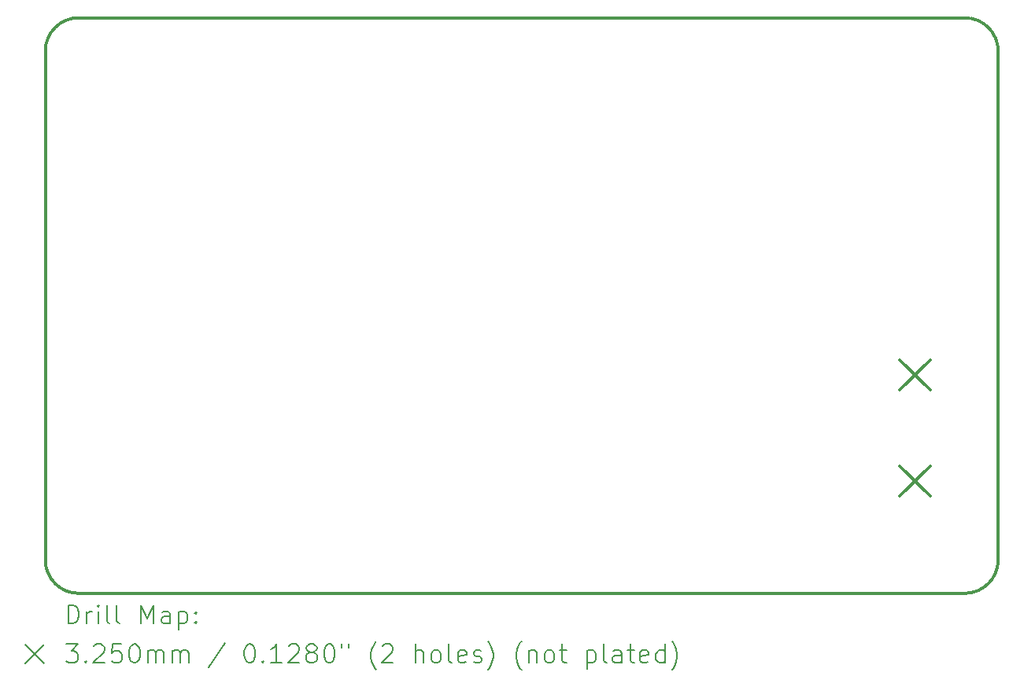
<source format=gbr>
%TF.GenerationSoftware,KiCad,Pcbnew,7.0.10*%
%TF.CreationDate,2024-03-22T11:49:35+07:00*%
%TF.ProjectId,Oxygen Monitoring,4f787967-656e-4204-9d6f-6e69746f7269,rev?*%
%TF.SameCoordinates,Original*%
%TF.FileFunction,Drillmap*%
%TF.FilePolarity,Positive*%
%FSLAX45Y45*%
G04 Gerber Fmt 4.5, Leading zero omitted, Abs format (unit mm)*
G04 Created by KiCad (PCBNEW 7.0.10) date 2024-03-22 11:49:35*
%MOMM*%
%LPD*%
G01*
G04 APERTURE LIST*
%ADD10C,0.300000*%
%ADD11C,0.200000*%
%ADD12C,0.325000*%
G04 APERTURE END LIST*
D10*
X14600000Y-2860000D02*
G75*
G03*
X14240000Y-2500000I-360000J0D01*
G01*
X4710000Y-8700000D02*
X14240000Y-8700000D01*
X4350000Y-8340000D02*
G75*
G03*
X4710000Y-8700000I360000J0D01*
G01*
X14240000Y-8700000D02*
G75*
G03*
X14600000Y-8340000I0J360000D01*
G01*
X4710000Y-2500000D02*
G75*
G03*
X4350000Y-2860000I0J-360000D01*
G01*
X4350000Y-8340000D02*
X4350000Y-2860000D01*
X14600000Y-2860000D02*
X14600000Y-8340000D01*
X14240000Y-2500000D02*
X4710000Y-2500000D01*
D11*
D12*
X13543500Y-6187500D02*
X13868500Y-6512500D01*
X13868500Y-6187500D02*
X13543500Y-6512500D01*
X13543500Y-7330500D02*
X13868500Y-7655500D01*
X13868500Y-7330500D02*
X13543500Y-7655500D01*
D11*
X4595777Y-9026484D02*
X4595777Y-8826484D01*
X4595777Y-8826484D02*
X4643396Y-8826484D01*
X4643396Y-8826484D02*
X4671967Y-8836008D01*
X4671967Y-8836008D02*
X4691015Y-8855055D01*
X4691015Y-8855055D02*
X4700539Y-8874103D01*
X4700539Y-8874103D02*
X4710063Y-8912198D01*
X4710063Y-8912198D02*
X4710063Y-8940770D01*
X4710063Y-8940770D02*
X4700539Y-8978865D01*
X4700539Y-8978865D02*
X4691015Y-8997912D01*
X4691015Y-8997912D02*
X4671967Y-9016960D01*
X4671967Y-9016960D02*
X4643396Y-9026484D01*
X4643396Y-9026484D02*
X4595777Y-9026484D01*
X4795777Y-9026484D02*
X4795777Y-8893150D01*
X4795777Y-8931246D02*
X4805301Y-8912198D01*
X4805301Y-8912198D02*
X4814824Y-8902674D01*
X4814824Y-8902674D02*
X4833872Y-8893150D01*
X4833872Y-8893150D02*
X4852920Y-8893150D01*
X4919586Y-9026484D02*
X4919586Y-8893150D01*
X4919586Y-8826484D02*
X4910063Y-8836008D01*
X4910063Y-8836008D02*
X4919586Y-8845531D01*
X4919586Y-8845531D02*
X4929110Y-8836008D01*
X4929110Y-8836008D02*
X4919586Y-8826484D01*
X4919586Y-8826484D02*
X4919586Y-8845531D01*
X5043396Y-9026484D02*
X5024348Y-9016960D01*
X5024348Y-9016960D02*
X5014824Y-8997912D01*
X5014824Y-8997912D02*
X5014824Y-8826484D01*
X5148158Y-9026484D02*
X5129110Y-9016960D01*
X5129110Y-9016960D02*
X5119586Y-8997912D01*
X5119586Y-8997912D02*
X5119586Y-8826484D01*
X5376729Y-9026484D02*
X5376729Y-8826484D01*
X5376729Y-8826484D02*
X5443396Y-8969341D01*
X5443396Y-8969341D02*
X5510063Y-8826484D01*
X5510063Y-8826484D02*
X5510063Y-9026484D01*
X5691015Y-9026484D02*
X5691015Y-8921722D01*
X5691015Y-8921722D02*
X5681491Y-8902674D01*
X5681491Y-8902674D02*
X5662443Y-8893150D01*
X5662443Y-8893150D02*
X5624348Y-8893150D01*
X5624348Y-8893150D02*
X5605301Y-8902674D01*
X5691015Y-9016960D02*
X5671967Y-9026484D01*
X5671967Y-9026484D02*
X5624348Y-9026484D01*
X5624348Y-9026484D02*
X5605301Y-9016960D01*
X5605301Y-9016960D02*
X5595777Y-8997912D01*
X5595777Y-8997912D02*
X5595777Y-8978865D01*
X5595777Y-8978865D02*
X5605301Y-8959817D01*
X5605301Y-8959817D02*
X5624348Y-8950293D01*
X5624348Y-8950293D02*
X5671967Y-8950293D01*
X5671967Y-8950293D02*
X5691015Y-8940770D01*
X5786253Y-8893150D02*
X5786253Y-9093150D01*
X5786253Y-8902674D02*
X5805301Y-8893150D01*
X5805301Y-8893150D02*
X5843396Y-8893150D01*
X5843396Y-8893150D02*
X5862443Y-8902674D01*
X5862443Y-8902674D02*
X5871967Y-8912198D01*
X5871967Y-8912198D02*
X5881491Y-8931246D01*
X5881491Y-8931246D02*
X5881491Y-8988389D01*
X5881491Y-8988389D02*
X5871967Y-9007436D01*
X5871967Y-9007436D02*
X5862443Y-9016960D01*
X5862443Y-9016960D02*
X5843396Y-9026484D01*
X5843396Y-9026484D02*
X5805301Y-9026484D01*
X5805301Y-9026484D02*
X5786253Y-9016960D01*
X5967205Y-9007436D02*
X5976729Y-9016960D01*
X5976729Y-9016960D02*
X5967205Y-9026484D01*
X5967205Y-9026484D02*
X5957682Y-9016960D01*
X5957682Y-9016960D02*
X5967205Y-9007436D01*
X5967205Y-9007436D02*
X5967205Y-9026484D01*
X5967205Y-8902674D02*
X5976729Y-8912198D01*
X5976729Y-8912198D02*
X5967205Y-8921722D01*
X5967205Y-8921722D02*
X5957682Y-8912198D01*
X5957682Y-8912198D02*
X5967205Y-8902674D01*
X5967205Y-8902674D02*
X5967205Y-8921722D01*
X4135000Y-9255000D02*
X4335000Y-9455000D01*
X4335000Y-9255000D02*
X4135000Y-9455000D01*
X4576729Y-9246484D02*
X4700539Y-9246484D01*
X4700539Y-9246484D02*
X4633872Y-9322674D01*
X4633872Y-9322674D02*
X4662444Y-9322674D01*
X4662444Y-9322674D02*
X4681491Y-9332198D01*
X4681491Y-9332198D02*
X4691015Y-9341722D01*
X4691015Y-9341722D02*
X4700539Y-9360770D01*
X4700539Y-9360770D02*
X4700539Y-9408389D01*
X4700539Y-9408389D02*
X4691015Y-9427436D01*
X4691015Y-9427436D02*
X4681491Y-9436960D01*
X4681491Y-9436960D02*
X4662444Y-9446484D01*
X4662444Y-9446484D02*
X4605301Y-9446484D01*
X4605301Y-9446484D02*
X4586253Y-9436960D01*
X4586253Y-9436960D02*
X4576729Y-9427436D01*
X4786253Y-9427436D02*
X4795777Y-9436960D01*
X4795777Y-9436960D02*
X4786253Y-9446484D01*
X4786253Y-9446484D02*
X4776729Y-9436960D01*
X4776729Y-9436960D02*
X4786253Y-9427436D01*
X4786253Y-9427436D02*
X4786253Y-9446484D01*
X4871967Y-9265531D02*
X4881491Y-9256008D01*
X4881491Y-9256008D02*
X4900539Y-9246484D01*
X4900539Y-9246484D02*
X4948158Y-9246484D01*
X4948158Y-9246484D02*
X4967205Y-9256008D01*
X4967205Y-9256008D02*
X4976729Y-9265531D01*
X4976729Y-9265531D02*
X4986253Y-9284579D01*
X4986253Y-9284579D02*
X4986253Y-9303627D01*
X4986253Y-9303627D02*
X4976729Y-9332198D01*
X4976729Y-9332198D02*
X4862444Y-9446484D01*
X4862444Y-9446484D02*
X4986253Y-9446484D01*
X5167205Y-9246484D02*
X5071967Y-9246484D01*
X5071967Y-9246484D02*
X5062444Y-9341722D01*
X5062444Y-9341722D02*
X5071967Y-9332198D01*
X5071967Y-9332198D02*
X5091015Y-9322674D01*
X5091015Y-9322674D02*
X5138634Y-9322674D01*
X5138634Y-9322674D02*
X5157682Y-9332198D01*
X5157682Y-9332198D02*
X5167205Y-9341722D01*
X5167205Y-9341722D02*
X5176729Y-9360770D01*
X5176729Y-9360770D02*
X5176729Y-9408389D01*
X5176729Y-9408389D02*
X5167205Y-9427436D01*
X5167205Y-9427436D02*
X5157682Y-9436960D01*
X5157682Y-9436960D02*
X5138634Y-9446484D01*
X5138634Y-9446484D02*
X5091015Y-9446484D01*
X5091015Y-9446484D02*
X5071967Y-9436960D01*
X5071967Y-9436960D02*
X5062444Y-9427436D01*
X5300539Y-9246484D02*
X5319586Y-9246484D01*
X5319586Y-9246484D02*
X5338634Y-9256008D01*
X5338634Y-9256008D02*
X5348158Y-9265531D01*
X5348158Y-9265531D02*
X5357682Y-9284579D01*
X5357682Y-9284579D02*
X5367205Y-9322674D01*
X5367205Y-9322674D02*
X5367205Y-9370293D01*
X5367205Y-9370293D02*
X5357682Y-9408389D01*
X5357682Y-9408389D02*
X5348158Y-9427436D01*
X5348158Y-9427436D02*
X5338634Y-9436960D01*
X5338634Y-9436960D02*
X5319586Y-9446484D01*
X5319586Y-9446484D02*
X5300539Y-9446484D01*
X5300539Y-9446484D02*
X5281491Y-9436960D01*
X5281491Y-9436960D02*
X5271967Y-9427436D01*
X5271967Y-9427436D02*
X5262444Y-9408389D01*
X5262444Y-9408389D02*
X5252920Y-9370293D01*
X5252920Y-9370293D02*
X5252920Y-9322674D01*
X5252920Y-9322674D02*
X5262444Y-9284579D01*
X5262444Y-9284579D02*
X5271967Y-9265531D01*
X5271967Y-9265531D02*
X5281491Y-9256008D01*
X5281491Y-9256008D02*
X5300539Y-9246484D01*
X5452920Y-9446484D02*
X5452920Y-9313150D01*
X5452920Y-9332198D02*
X5462444Y-9322674D01*
X5462444Y-9322674D02*
X5481491Y-9313150D01*
X5481491Y-9313150D02*
X5510063Y-9313150D01*
X5510063Y-9313150D02*
X5529110Y-9322674D01*
X5529110Y-9322674D02*
X5538634Y-9341722D01*
X5538634Y-9341722D02*
X5538634Y-9446484D01*
X5538634Y-9341722D02*
X5548158Y-9322674D01*
X5548158Y-9322674D02*
X5567205Y-9313150D01*
X5567205Y-9313150D02*
X5595777Y-9313150D01*
X5595777Y-9313150D02*
X5614824Y-9322674D01*
X5614824Y-9322674D02*
X5624348Y-9341722D01*
X5624348Y-9341722D02*
X5624348Y-9446484D01*
X5719586Y-9446484D02*
X5719586Y-9313150D01*
X5719586Y-9332198D02*
X5729110Y-9322674D01*
X5729110Y-9322674D02*
X5748158Y-9313150D01*
X5748158Y-9313150D02*
X5776729Y-9313150D01*
X5776729Y-9313150D02*
X5795777Y-9322674D01*
X5795777Y-9322674D02*
X5805301Y-9341722D01*
X5805301Y-9341722D02*
X5805301Y-9446484D01*
X5805301Y-9341722D02*
X5814824Y-9322674D01*
X5814824Y-9322674D02*
X5833872Y-9313150D01*
X5833872Y-9313150D02*
X5862443Y-9313150D01*
X5862443Y-9313150D02*
X5881491Y-9322674D01*
X5881491Y-9322674D02*
X5891015Y-9341722D01*
X5891015Y-9341722D02*
X5891015Y-9446484D01*
X6281491Y-9236960D02*
X6110063Y-9494103D01*
X6538634Y-9246484D02*
X6557682Y-9246484D01*
X6557682Y-9246484D02*
X6576729Y-9256008D01*
X6576729Y-9256008D02*
X6586253Y-9265531D01*
X6586253Y-9265531D02*
X6595777Y-9284579D01*
X6595777Y-9284579D02*
X6605301Y-9322674D01*
X6605301Y-9322674D02*
X6605301Y-9370293D01*
X6605301Y-9370293D02*
X6595777Y-9408389D01*
X6595777Y-9408389D02*
X6586253Y-9427436D01*
X6586253Y-9427436D02*
X6576729Y-9436960D01*
X6576729Y-9436960D02*
X6557682Y-9446484D01*
X6557682Y-9446484D02*
X6538634Y-9446484D01*
X6538634Y-9446484D02*
X6519586Y-9436960D01*
X6519586Y-9436960D02*
X6510063Y-9427436D01*
X6510063Y-9427436D02*
X6500539Y-9408389D01*
X6500539Y-9408389D02*
X6491015Y-9370293D01*
X6491015Y-9370293D02*
X6491015Y-9322674D01*
X6491015Y-9322674D02*
X6500539Y-9284579D01*
X6500539Y-9284579D02*
X6510063Y-9265531D01*
X6510063Y-9265531D02*
X6519586Y-9256008D01*
X6519586Y-9256008D02*
X6538634Y-9246484D01*
X6691015Y-9427436D02*
X6700539Y-9436960D01*
X6700539Y-9436960D02*
X6691015Y-9446484D01*
X6691015Y-9446484D02*
X6681491Y-9436960D01*
X6681491Y-9436960D02*
X6691015Y-9427436D01*
X6691015Y-9427436D02*
X6691015Y-9446484D01*
X6891015Y-9446484D02*
X6776729Y-9446484D01*
X6833872Y-9446484D02*
X6833872Y-9246484D01*
X6833872Y-9246484D02*
X6814825Y-9275055D01*
X6814825Y-9275055D02*
X6795777Y-9294103D01*
X6795777Y-9294103D02*
X6776729Y-9303627D01*
X6967206Y-9265531D02*
X6976729Y-9256008D01*
X6976729Y-9256008D02*
X6995777Y-9246484D01*
X6995777Y-9246484D02*
X7043396Y-9246484D01*
X7043396Y-9246484D02*
X7062444Y-9256008D01*
X7062444Y-9256008D02*
X7071967Y-9265531D01*
X7071967Y-9265531D02*
X7081491Y-9284579D01*
X7081491Y-9284579D02*
X7081491Y-9303627D01*
X7081491Y-9303627D02*
X7071967Y-9332198D01*
X7071967Y-9332198D02*
X6957682Y-9446484D01*
X6957682Y-9446484D02*
X7081491Y-9446484D01*
X7195777Y-9332198D02*
X7176729Y-9322674D01*
X7176729Y-9322674D02*
X7167206Y-9313150D01*
X7167206Y-9313150D02*
X7157682Y-9294103D01*
X7157682Y-9294103D02*
X7157682Y-9284579D01*
X7157682Y-9284579D02*
X7167206Y-9265531D01*
X7167206Y-9265531D02*
X7176729Y-9256008D01*
X7176729Y-9256008D02*
X7195777Y-9246484D01*
X7195777Y-9246484D02*
X7233872Y-9246484D01*
X7233872Y-9246484D02*
X7252920Y-9256008D01*
X7252920Y-9256008D02*
X7262444Y-9265531D01*
X7262444Y-9265531D02*
X7271967Y-9284579D01*
X7271967Y-9284579D02*
X7271967Y-9294103D01*
X7271967Y-9294103D02*
X7262444Y-9313150D01*
X7262444Y-9313150D02*
X7252920Y-9322674D01*
X7252920Y-9322674D02*
X7233872Y-9332198D01*
X7233872Y-9332198D02*
X7195777Y-9332198D01*
X7195777Y-9332198D02*
X7176729Y-9341722D01*
X7176729Y-9341722D02*
X7167206Y-9351246D01*
X7167206Y-9351246D02*
X7157682Y-9370293D01*
X7157682Y-9370293D02*
X7157682Y-9408389D01*
X7157682Y-9408389D02*
X7167206Y-9427436D01*
X7167206Y-9427436D02*
X7176729Y-9436960D01*
X7176729Y-9436960D02*
X7195777Y-9446484D01*
X7195777Y-9446484D02*
X7233872Y-9446484D01*
X7233872Y-9446484D02*
X7252920Y-9436960D01*
X7252920Y-9436960D02*
X7262444Y-9427436D01*
X7262444Y-9427436D02*
X7271967Y-9408389D01*
X7271967Y-9408389D02*
X7271967Y-9370293D01*
X7271967Y-9370293D02*
X7262444Y-9351246D01*
X7262444Y-9351246D02*
X7252920Y-9341722D01*
X7252920Y-9341722D02*
X7233872Y-9332198D01*
X7395777Y-9246484D02*
X7414825Y-9246484D01*
X7414825Y-9246484D02*
X7433872Y-9256008D01*
X7433872Y-9256008D02*
X7443396Y-9265531D01*
X7443396Y-9265531D02*
X7452920Y-9284579D01*
X7452920Y-9284579D02*
X7462444Y-9322674D01*
X7462444Y-9322674D02*
X7462444Y-9370293D01*
X7462444Y-9370293D02*
X7452920Y-9408389D01*
X7452920Y-9408389D02*
X7443396Y-9427436D01*
X7443396Y-9427436D02*
X7433872Y-9436960D01*
X7433872Y-9436960D02*
X7414825Y-9446484D01*
X7414825Y-9446484D02*
X7395777Y-9446484D01*
X7395777Y-9446484D02*
X7376729Y-9436960D01*
X7376729Y-9436960D02*
X7367206Y-9427436D01*
X7367206Y-9427436D02*
X7357682Y-9408389D01*
X7357682Y-9408389D02*
X7348158Y-9370293D01*
X7348158Y-9370293D02*
X7348158Y-9322674D01*
X7348158Y-9322674D02*
X7357682Y-9284579D01*
X7357682Y-9284579D02*
X7367206Y-9265531D01*
X7367206Y-9265531D02*
X7376729Y-9256008D01*
X7376729Y-9256008D02*
X7395777Y-9246484D01*
X7538634Y-9246484D02*
X7538634Y-9284579D01*
X7614825Y-9246484D02*
X7614825Y-9284579D01*
X7910063Y-9522674D02*
X7900539Y-9513150D01*
X7900539Y-9513150D02*
X7881491Y-9484579D01*
X7881491Y-9484579D02*
X7871968Y-9465531D01*
X7871968Y-9465531D02*
X7862444Y-9436960D01*
X7862444Y-9436960D02*
X7852920Y-9389341D01*
X7852920Y-9389341D02*
X7852920Y-9351246D01*
X7852920Y-9351246D02*
X7862444Y-9303627D01*
X7862444Y-9303627D02*
X7871968Y-9275055D01*
X7871968Y-9275055D02*
X7881491Y-9256008D01*
X7881491Y-9256008D02*
X7900539Y-9227436D01*
X7900539Y-9227436D02*
X7910063Y-9217912D01*
X7976729Y-9265531D02*
X7986253Y-9256008D01*
X7986253Y-9256008D02*
X8005301Y-9246484D01*
X8005301Y-9246484D02*
X8052920Y-9246484D01*
X8052920Y-9246484D02*
X8071968Y-9256008D01*
X8071968Y-9256008D02*
X8081491Y-9265531D01*
X8081491Y-9265531D02*
X8091015Y-9284579D01*
X8091015Y-9284579D02*
X8091015Y-9303627D01*
X8091015Y-9303627D02*
X8081491Y-9332198D01*
X8081491Y-9332198D02*
X7967206Y-9446484D01*
X7967206Y-9446484D02*
X8091015Y-9446484D01*
X8329110Y-9446484D02*
X8329110Y-9246484D01*
X8414825Y-9446484D02*
X8414825Y-9341722D01*
X8414825Y-9341722D02*
X8405301Y-9322674D01*
X8405301Y-9322674D02*
X8386253Y-9313150D01*
X8386253Y-9313150D02*
X8357682Y-9313150D01*
X8357682Y-9313150D02*
X8338634Y-9322674D01*
X8338634Y-9322674D02*
X8329110Y-9332198D01*
X8538634Y-9446484D02*
X8519587Y-9436960D01*
X8519587Y-9436960D02*
X8510063Y-9427436D01*
X8510063Y-9427436D02*
X8500539Y-9408389D01*
X8500539Y-9408389D02*
X8500539Y-9351246D01*
X8500539Y-9351246D02*
X8510063Y-9332198D01*
X8510063Y-9332198D02*
X8519587Y-9322674D01*
X8519587Y-9322674D02*
X8538634Y-9313150D01*
X8538634Y-9313150D02*
X8567206Y-9313150D01*
X8567206Y-9313150D02*
X8586253Y-9322674D01*
X8586253Y-9322674D02*
X8595777Y-9332198D01*
X8595777Y-9332198D02*
X8605301Y-9351246D01*
X8605301Y-9351246D02*
X8605301Y-9408389D01*
X8605301Y-9408389D02*
X8595777Y-9427436D01*
X8595777Y-9427436D02*
X8586253Y-9436960D01*
X8586253Y-9436960D02*
X8567206Y-9446484D01*
X8567206Y-9446484D02*
X8538634Y-9446484D01*
X8719587Y-9446484D02*
X8700539Y-9436960D01*
X8700539Y-9436960D02*
X8691015Y-9417912D01*
X8691015Y-9417912D02*
X8691015Y-9246484D01*
X8871968Y-9436960D02*
X8852920Y-9446484D01*
X8852920Y-9446484D02*
X8814825Y-9446484D01*
X8814825Y-9446484D02*
X8795777Y-9436960D01*
X8795777Y-9436960D02*
X8786253Y-9417912D01*
X8786253Y-9417912D02*
X8786253Y-9341722D01*
X8786253Y-9341722D02*
X8795777Y-9322674D01*
X8795777Y-9322674D02*
X8814825Y-9313150D01*
X8814825Y-9313150D02*
X8852920Y-9313150D01*
X8852920Y-9313150D02*
X8871968Y-9322674D01*
X8871968Y-9322674D02*
X8881492Y-9341722D01*
X8881492Y-9341722D02*
X8881492Y-9360770D01*
X8881492Y-9360770D02*
X8786253Y-9379817D01*
X8957682Y-9436960D02*
X8976730Y-9446484D01*
X8976730Y-9446484D02*
X9014825Y-9446484D01*
X9014825Y-9446484D02*
X9033873Y-9436960D01*
X9033873Y-9436960D02*
X9043396Y-9417912D01*
X9043396Y-9417912D02*
X9043396Y-9408389D01*
X9043396Y-9408389D02*
X9033873Y-9389341D01*
X9033873Y-9389341D02*
X9014825Y-9379817D01*
X9014825Y-9379817D02*
X8986253Y-9379817D01*
X8986253Y-9379817D02*
X8967206Y-9370293D01*
X8967206Y-9370293D02*
X8957682Y-9351246D01*
X8957682Y-9351246D02*
X8957682Y-9341722D01*
X8957682Y-9341722D02*
X8967206Y-9322674D01*
X8967206Y-9322674D02*
X8986253Y-9313150D01*
X8986253Y-9313150D02*
X9014825Y-9313150D01*
X9014825Y-9313150D02*
X9033873Y-9322674D01*
X9110063Y-9522674D02*
X9119587Y-9513150D01*
X9119587Y-9513150D02*
X9138634Y-9484579D01*
X9138634Y-9484579D02*
X9148158Y-9465531D01*
X9148158Y-9465531D02*
X9157682Y-9436960D01*
X9157682Y-9436960D02*
X9167206Y-9389341D01*
X9167206Y-9389341D02*
X9167206Y-9351246D01*
X9167206Y-9351246D02*
X9157682Y-9303627D01*
X9157682Y-9303627D02*
X9148158Y-9275055D01*
X9148158Y-9275055D02*
X9138634Y-9256008D01*
X9138634Y-9256008D02*
X9119587Y-9227436D01*
X9119587Y-9227436D02*
X9110063Y-9217912D01*
X9471968Y-9522674D02*
X9462444Y-9513150D01*
X9462444Y-9513150D02*
X9443396Y-9484579D01*
X9443396Y-9484579D02*
X9433873Y-9465531D01*
X9433873Y-9465531D02*
X9424349Y-9436960D01*
X9424349Y-9436960D02*
X9414825Y-9389341D01*
X9414825Y-9389341D02*
X9414825Y-9351246D01*
X9414825Y-9351246D02*
X9424349Y-9303627D01*
X9424349Y-9303627D02*
X9433873Y-9275055D01*
X9433873Y-9275055D02*
X9443396Y-9256008D01*
X9443396Y-9256008D02*
X9462444Y-9227436D01*
X9462444Y-9227436D02*
X9471968Y-9217912D01*
X9548158Y-9313150D02*
X9548158Y-9446484D01*
X9548158Y-9332198D02*
X9557682Y-9322674D01*
X9557682Y-9322674D02*
X9576730Y-9313150D01*
X9576730Y-9313150D02*
X9605301Y-9313150D01*
X9605301Y-9313150D02*
X9624349Y-9322674D01*
X9624349Y-9322674D02*
X9633873Y-9341722D01*
X9633873Y-9341722D02*
X9633873Y-9446484D01*
X9757682Y-9446484D02*
X9738634Y-9436960D01*
X9738634Y-9436960D02*
X9729111Y-9427436D01*
X9729111Y-9427436D02*
X9719587Y-9408389D01*
X9719587Y-9408389D02*
X9719587Y-9351246D01*
X9719587Y-9351246D02*
X9729111Y-9332198D01*
X9729111Y-9332198D02*
X9738634Y-9322674D01*
X9738634Y-9322674D02*
X9757682Y-9313150D01*
X9757682Y-9313150D02*
X9786254Y-9313150D01*
X9786254Y-9313150D02*
X9805301Y-9322674D01*
X9805301Y-9322674D02*
X9814825Y-9332198D01*
X9814825Y-9332198D02*
X9824349Y-9351246D01*
X9824349Y-9351246D02*
X9824349Y-9408389D01*
X9824349Y-9408389D02*
X9814825Y-9427436D01*
X9814825Y-9427436D02*
X9805301Y-9436960D01*
X9805301Y-9436960D02*
X9786254Y-9446484D01*
X9786254Y-9446484D02*
X9757682Y-9446484D01*
X9881492Y-9313150D02*
X9957682Y-9313150D01*
X9910063Y-9246484D02*
X9910063Y-9417912D01*
X9910063Y-9417912D02*
X9919587Y-9436960D01*
X9919587Y-9436960D02*
X9938634Y-9446484D01*
X9938634Y-9446484D02*
X9957682Y-9446484D01*
X10176730Y-9313150D02*
X10176730Y-9513150D01*
X10176730Y-9322674D02*
X10195777Y-9313150D01*
X10195777Y-9313150D02*
X10233873Y-9313150D01*
X10233873Y-9313150D02*
X10252920Y-9322674D01*
X10252920Y-9322674D02*
X10262444Y-9332198D01*
X10262444Y-9332198D02*
X10271968Y-9351246D01*
X10271968Y-9351246D02*
X10271968Y-9408389D01*
X10271968Y-9408389D02*
X10262444Y-9427436D01*
X10262444Y-9427436D02*
X10252920Y-9436960D01*
X10252920Y-9436960D02*
X10233873Y-9446484D01*
X10233873Y-9446484D02*
X10195777Y-9446484D01*
X10195777Y-9446484D02*
X10176730Y-9436960D01*
X10386254Y-9446484D02*
X10367206Y-9436960D01*
X10367206Y-9436960D02*
X10357682Y-9417912D01*
X10357682Y-9417912D02*
X10357682Y-9246484D01*
X10548158Y-9446484D02*
X10548158Y-9341722D01*
X10548158Y-9341722D02*
X10538635Y-9322674D01*
X10538635Y-9322674D02*
X10519587Y-9313150D01*
X10519587Y-9313150D02*
X10481492Y-9313150D01*
X10481492Y-9313150D02*
X10462444Y-9322674D01*
X10548158Y-9436960D02*
X10529111Y-9446484D01*
X10529111Y-9446484D02*
X10481492Y-9446484D01*
X10481492Y-9446484D02*
X10462444Y-9436960D01*
X10462444Y-9436960D02*
X10452920Y-9417912D01*
X10452920Y-9417912D02*
X10452920Y-9398865D01*
X10452920Y-9398865D02*
X10462444Y-9379817D01*
X10462444Y-9379817D02*
X10481492Y-9370293D01*
X10481492Y-9370293D02*
X10529111Y-9370293D01*
X10529111Y-9370293D02*
X10548158Y-9360770D01*
X10614825Y-9313150D02*
X10691015Y-9313150D01*
X10643396Y-9246484D02*
X10643396Y-9417912D01*
X10643396Y-9417912D02*
X10652920Y-9436960D01*
X10652920Y-9436960D02*
X10671968Y-9446484D01*
X10671968Y-9446484D02*
X10691015Y-9446484D01*
X10833873Y-9436960D02*
X10814825Y-9446484D01*
X10814825Y-9446484D02*
X10776730Y-9446484D01*
X10776730Y-9446484D02*
X10757682Y-9436960D01*
X10757682Y-9436960D02*
X10748158Y-9417912D01*
X10748158Y-9417912D02*
X10748158Y-9341722D01*
X10748158Y-9341722D02*
X10757682Y-9322674D01*
X10757682Y-9322674D02*
X10776730Y-9313150D01*
X10776730Y-9313150D02*
X10814825Y-9313150D01*
X10814825Y-9313150D02*
X10833873Y-9322674D01*
X10833873Y-9322674D02*
X10843396Y-9341722D01*
X10843396Y-9341722D02*
X10843396Y-9360770D01*
X10843396Y-9360770D02*
X10748158Y-9379817D01*
X11014825Y-9446484D02*
X11014825Y-9246484D01*
X11014825Y-9436960D02*
X10995777Y-9446484D01*
X10995777Y-9446484D02*
X10957682Y-9446484D01*
X10957682Y-9446484D02*
X10938635Y-9436960D01*
X10938635Y-9436960D02*
X10929111Y-9427436D01*
X10929111Y-9427436D02*
X10919587Y-9408389D01*
X10919587Y-9408389D02*
X10919587Y-9351246D01*
X10919587Y-9351246D02*
X10929111Y-9332198D01*
X10929111Y-9332198D02*
X10938635Y-9322674D01*
X10938635Y-9322674D02*
X10957682Y-9313150D01*
X10957682Y-9313150D02*
X10995777Y-9313150D01*
X10995777Y-9313150D02*
X11014825Y-9322674D01*
X11091016Y-9522674D02*
X11100539Y-9513150D01*
X11100539Y-9513150D02*
X11119587Y-9484579D01*
X11119587Y-9484579D02*
X11129111Y-9465531D01*
X11129111Y-9465531D02*
X11138635Y-9436960D01*
X11138635Y-9436960D02*
X11148158Y-9389341D01*
X11148158Y-9389341D02*
X11148158Y-9351246D01*
X11148158Y-9351246D02*
X11138635Y-9303627D01*
X11138635Y-9303627D02*
X11129111Y-9275055D01*
X11129111Y-9275055D02*
X11119587Y-9256008D01*
X11119587Y-9256008D02*
X11100539Y-9227436D01*
X11100539Y-9227436D02*
X11091016Y-9217912D01*
M02*

</source>
